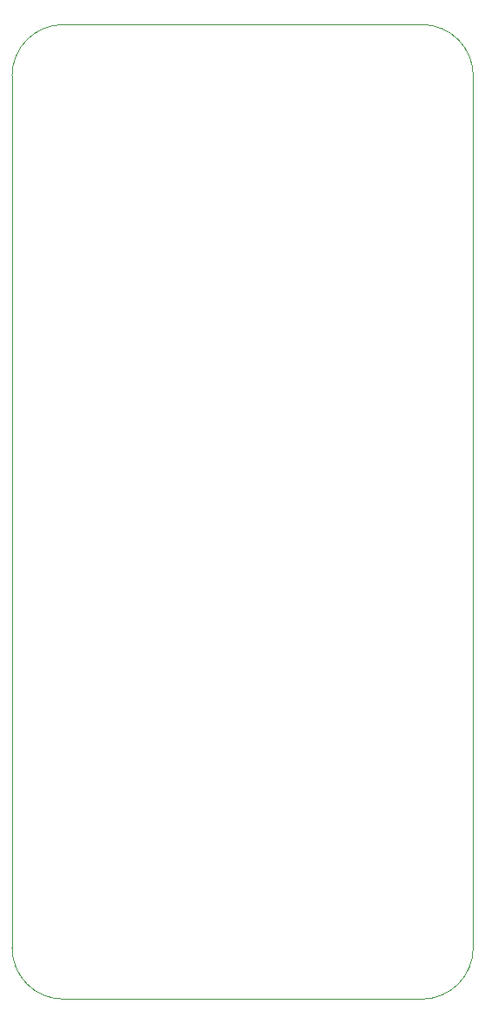
<source format=gbr>
%TF.GenerationSoftware,KiCad,Pcbnew,(5.99.0-7356-g63088e8bdb)*%
%TF.CreationDate,2021-06-15T12:34:34+08:00*%
%TF.ProjectId,AdapterCartdrigeProd,41646170-7465-4724-9361-727464726967,rev?*%
%TF.SameCoordinates,Original*%
%TF.FileFunction,Profile,NP*%
%FSLAX46Y46*%
G04 Gerber Fmt 4.6, Leading zero omitted, Abs format (unit mm)*
G04 Created by KiCad (PCBNEW (5.99.0-7356-g63088e8bdb)) date 2021-06-15 12:34:34*
%MOMM*%
%LPD*%
G01*
G04 APERTURE LIST*
%TA.AperFunction,Profile*%
%ADD10C,0.100000*%
%TD*%
G04 APERTURE END LIST*
D10*
X129000000Y-32000000D02*
G75*
G02*
X134000000Y-37000000I0J-5000000D01*
G01*
X94000000Y-32000000D02*
X129000000Y-32000000D01*
X134000000Y-37000000D02*
X134000000Y-122000000D01*
X94000000Y-127000000D02*
G75*
G02*
X89000000Y-122000000I0J5000000D01*
G01*
X134000000Y-122000000D02*
G75*
G02*
X129000000Y-127000000I-5000000J0D01*
G01*
X89000000Y-122000000D02*
X89000000Y-37000000D01*
X94000000Y-127000000D02*
X129000000Y-127000000D01*
X94000000Y-32000000D02*
G75*
G03*
X89000000Y-37000000I0J-5000000D01*
G01*
M02*

</source>
